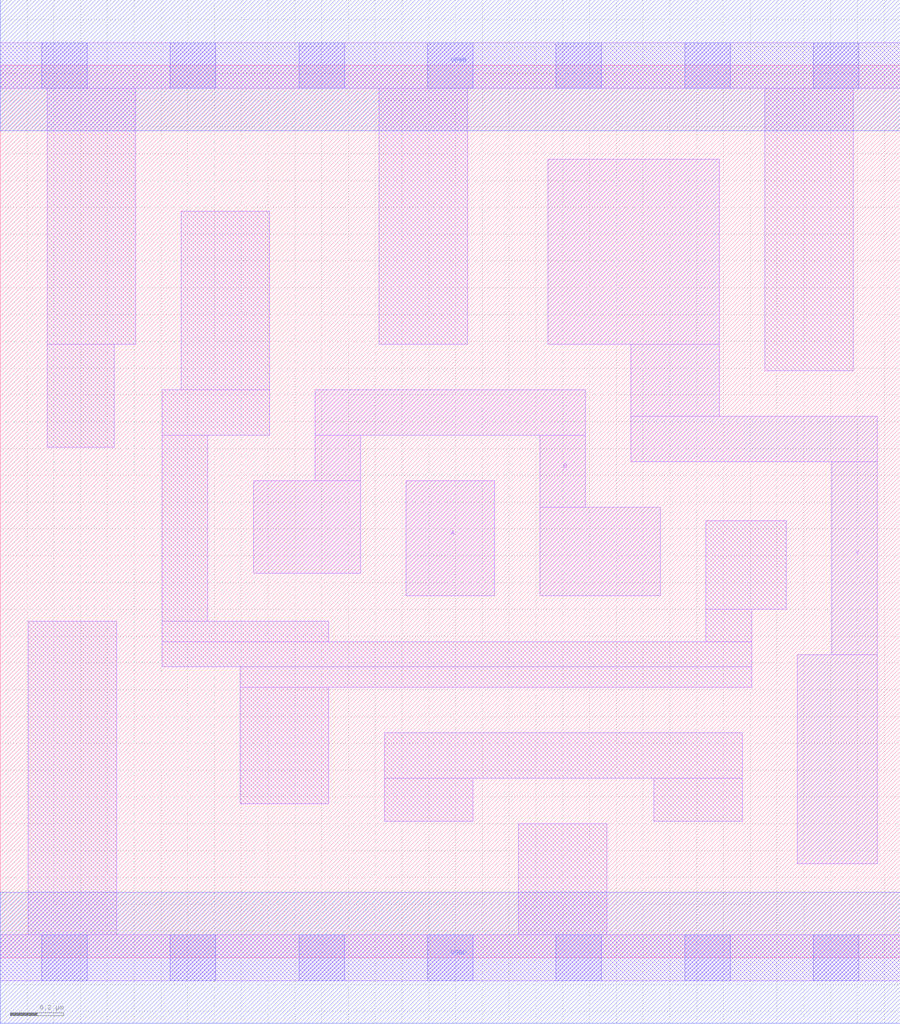
<source format=lef>
# Copyright 2020 The SkyWater PDK Authors
#
# Licensed under the Apache License, Version 2.0 (the "License");
# you may not use this file except in compliance with the License.
# You may obtain a copy of the License at
#
#     https://www.apache.org/licenses/LICENSE-2.0
#
# Unless required by applicable law or agreed to in writing, software
# distributed under the License is distributed on an "AS IS" BASIS,
# WITHOUT WARRANTIES OR CONDITIONS OF ANY KIND, either express or implied.
# See the License for the specific language governing permissions and
# limitations under the License.
#
# SPDX-License-Identifier: Apache-2.0

VERSION 5.7 ;
  NOWIREEXTENSIONATPIN ON ;
  DIVIDERCHAR "/" ;
  BUSBITCHARS "[]" ;
UNITS
  DATABASE MICRONS 200 ;
END UNITS
MACRO sky130_fd_sc_ls__xnor2_1
  CLASS CORE ;
  FOREIGN sky130_fd_sc_ls__xnor2_1 ;
  ORIGIN  0.000000  0.000000 ;
  SIZE  3.360000 BY  3.330000 ;
  SYMMETRY X Y ;
  SITE unit ;
  PIN A
    ANTENNAGATEAREA  0.501000 ;
    DIRECTION INPUT ;
    USE SIGNAL ;
    PORT
      LAYER li1 ;
        RECT 1.515000 1.350000 1.845000 1.780000 ;
    END
  END A
  PIN B
    ANTENNAGATEAREA  0.501000 ;
    DIRECTION INPUT ;
    USE SIGNAL ;
    PORT
      LAYER li1 ;
        RECT 0.945000 1.435000 1.345000 1.780000 ;
        RECT 1.175000 1.780000 1.345000 1.950000 ;
        RECT 1.175000 1.950000 2.185000 2.120000 ;
        RECT 2.015000 1.350000 2.465000 1.680000 ;
        RECT 2.015000 1.680000 2.185000 1.950000 ;
    END
  END B
  PIN Y
    ANTENNADIFFAREA  0.699800 ;
    DIRECTION OUTPUT ;
    USE SIGNAL ;
    PORT
      LAYER li1 ;
        RECT 2.045000 2.290000 2.685000 2.980000 ;
        RECT 2.355000 1.850000 3.275000 2.020000 ;
        RECT 2.355000 2.020000 2.685000 2.290000 ;
        RECT 2.975000 0.350000 3.275000 1.130000 ;
        RECT 3.105000 1.130000 3.275000 1.850000 ;
    END
  END Y
  PIN VGND
    DIRECTION INOUT ;
    SHAPE ABUTMENT ;
    USE GROUND ;
    PORT
      LAYER met1 ;
        RECT 0.000000 -0.245000 3.360000 0.245000 ;
    END
  END VGND
  PIN VPWR
    DIRECTION INOUT ;
    SHAPE ABUTMENT ;
    USE POWER ;
    PORT
      LAYER met1 ;
        RECT 0.000000 3.085000 3.360000 3.575000 ;
    END
  END VPWR
  OBS
    LAYER li1 ;
      RECT 0.000000 -0.085000 3.360000 0.085000 ;
      RECT 0.000000  3.245000 3.360000 3.415000 ;
      RECT 0.105000  0.085000 0.435000 1.255000 ;
      RECT 0.175000  1.905000 0.425000 2.290000 ;
      RECT 0.175000  2.290000 0.505000 3.245000 ;
      RECT 0.605000  1.085000 2.805000 1.180000 ;
      RECT 0.605000  1.180000 1.225000 1.255000 ;
      RECT 0.605000  1.255000 0.775000 1.950000 ;
      RECT 0.605000  1.950000 1.005000 2.120000 ;
      RECT 0.675000  2.120000 1.005000 2.785000 ;
      RECT 0.895000  0.575000 1.225000 1.010000 ;
      RECT 0.895000  1.010000 2.805000 1.085000 ;
      RECT 1.415000  2.290000 1.745000 3.245000 ;
      RECT 1.435000  0.510000 1.765000 0.670000 ;
      RECT 1.435000  0.670000 2.770000 0.840000 ;
      RECT 1.935000  0.085000 2.265000 0.500000 ;
      RECT 2.440000  0.510000 2.770000 0.670000 ;
      RECT 2.635000  1.180000 2.805000 1.300000 ;
      RECT 2.635000  1.300000 2.935000 1.630000 ;
      RECT 2.855000  2.190000 3.185000 3.245000 ;
    LAYER mcon ;
      RECT 0.155000 -0.085000 0.325000 0.085000 ;
      RECT 0.155000  3.245000 0.325000 3.415000 ;
      RECT 0.635000 -0.085000 0.805000 0.085000 ;
      RECT 0.635000  3.245000 0.805000 3.415000 ;
      RECT 1.115000 -0.085000 1.285000 0.085000 ;
      RECT 1.115000  3.245000 1.285000 3.415000 ;
      RECT 1.595000 -0.085000 1.765000 0.085000 ;
      RECT 1.595000  3.245000 1.765000 3.415000 ;
      RECT 2.075000 -0.085000 2.245000 0.085000 ;
      RECT 2.075000  3.245000 2.245000 3.415000 ;
      RECT 2.555000 -0.085000 2.725000 0.085000 ;
      RECT 2.555000  3.245000 2.725000 3.415000 ;
      RECT 3.035000 -0.085000 3.205000 0.085000 ;
      RECT 3.035000  3.245000 3.205000 3.415000 ;
  END
END sky130_fd_sc_ls__xnor2_1
END LIBRARY

</source>
